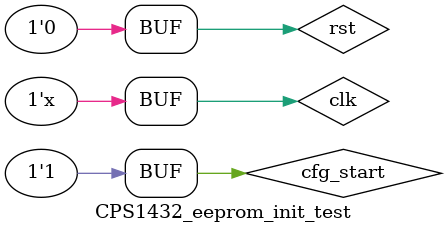
<source format=v>
`timescale 1ns / 1ps


module CPS1432_eeprom_init_test;

	// Inputs
	reg clk;
	reg rst;
	reg cfg_start;

	// Outputs
	wire SCL;

	// Bidirs
	wire SDA;

	// Instantiate the Unit Under Test (UUT)
	CPS1432_eeprom_init uut (
		.clk(clk), 
		.rst(rst), 
		.cfg_start(cfg_start), 
		.SDA(SDA), 
		.SCL(SCL)
	);

	initial begin
		// Initialize Inputs
		clk = 1;
		rst = 1;
		cfg_start = 0;

		// Wait 100 ns for global reset to finish
		#10;
        rst = 0;
		
		// Add stimulus here
		cfg_start = 1;

	end
	
	always #1 clk <= ~clk;
      
endmodule


</source>
